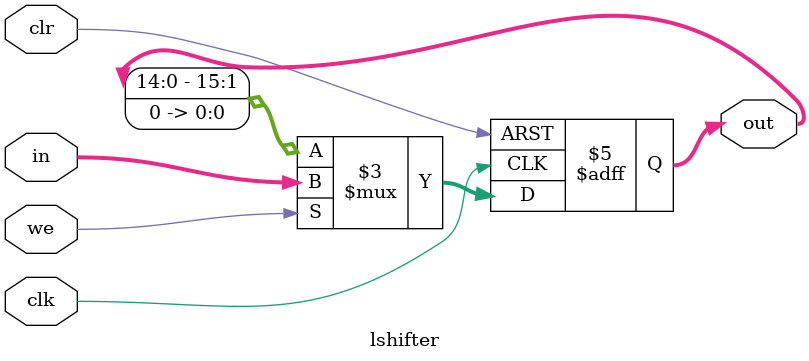
<source format=v>
module lshifter(
input clk, clr, we,
input [15:0] in,
output reg [15:0] out);

	always @(posedge clk or posedge clr)
	begin
		if (clr)
			out<=0;
		else if (we)
			out<=in;
		else out<={out[14:0],1'd0};
	end

endmodule

</source>
